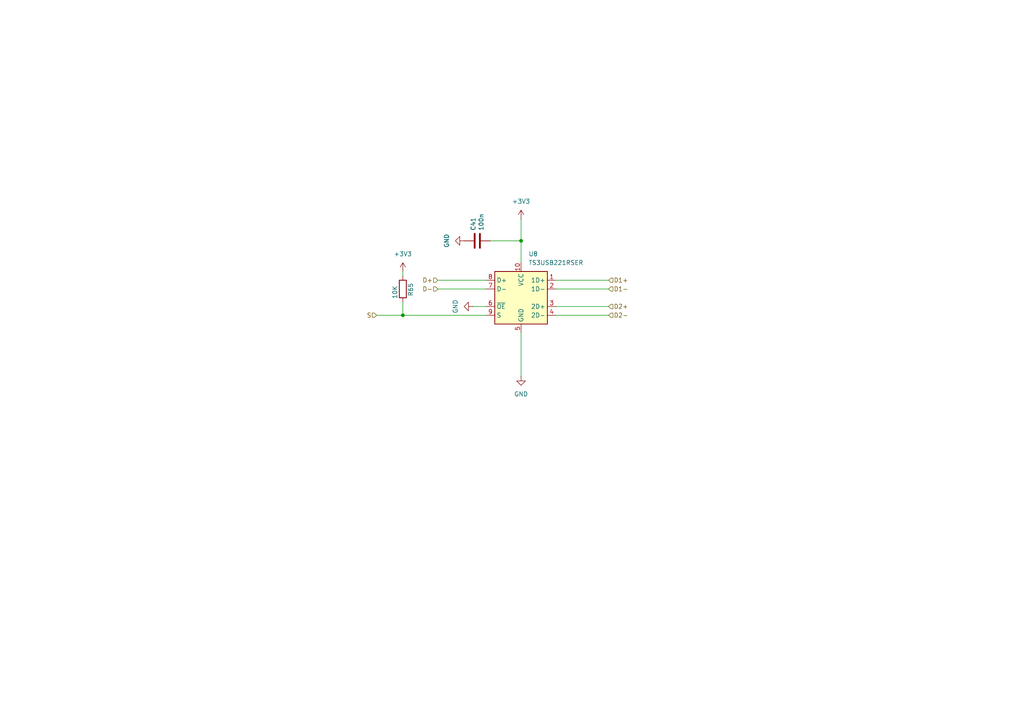
<source format=kicad_sch>
(kicad_sch (version 20250114) (generator "eeschema") (generator_version "9.0")
  (paper "A4")
  (title_block (title "MiniFRANK RM1") (date "2025-04-09") (rev "${VERSION}") (company "Mikhail Matveev") (comment 1 "https://github.com/xtremespb/frank"))
  (lib_symbols
    (symbol "Device:C" (pin_numbers (hide yes)) (pin_names (offset 0.254))
      (property "Reference" "C" (at 0.635 2.54 0))
      (property "Value" "C" (at 0.635 -2.54 0))
      (symbol "C_0_1"
        (polyline (pts (xy -2.032 0.762) (xy 2.032 0.762)) (stroke (width 0.508)))
        (polyline (pts (xy -2.032 -0.762) (xy 2.032 -0.762)) (stroke (width 0.508)))
      )
      (symbol "C_1_1"
        (pin passive line (at 0 3.81 270) (length 2.794) (name "~") (number "1"))
        (pin passive line (at 0 -3.81 90) (length 2.794) (name "~") (number "2"))
      )
    )
    (symbol "Device:R" (pin_numbers (hide yes)) (pin_names (offset 0))
      (property "Reference" "R" (at 2.032 0 90))
      (property "Value" "R" (at 0 0 90))
      (symbol "R_0_1"
        (rectangle (start -1.016 -2.54) (end 1.016 2.54) (stroke (width 0.254)))
      )
      (symbol "R_1_1"
        (pin passive line (at 0 3.81 270) (length 1.27) (name "~") (number "1"))
        (pin passive line (at 0 -3.81 90) (length 1.27) (name "~") (number "2"))
      )
    )
    (symbol "TS3USB221R:TS3USB221RSER"
      (property "Reference" "U" (at -6.35 8.89 0))
      (property "Value" "TS3USB221RSER" (at 8.89 8.89 0))
      (symbol "TS3USB221RSER_0_1"
        (rectangle (start 7.62 7.62) (end -7.62 -7.62) (stroke (width 0.254)) (fill (type background)))
      )
      (symbol "TS3USB221RSER_1_1"
        (pin bidirectional line (at -10.16 5.08 0) (length 2.54) (name "D+") (number "8"))
        (pin bidirectional line (at -10.16 2.54 0) (length 2.54) (name "D-") (number "7"))
        (pin input line (at -10.16 -2.54 0) (length 2.54) (name "~{OE}") (number "6"))
        (pin input line (at -10.16 -5.08 0) (length 2.54) (name "S") (number "9"))
        (pin power_in line (at 0 10.16 270) (length 2.54) (name "VCC") (number "10"))
        (pin power_in line (at 0 -10.16 90) (length 2.54) (name "GND") (number "5"))
        (pin bidirectional line (at 10.16 5.08 180) (length 2.54) (name "1D+") (number "1"))
        (pin bidirectional line (at 10.16 2.54 180) (length 2.54) (name "1D-") (number "2"))
        (pin bidirectional line (at 10.16 -2.54 180) (length 2.54) (name "2D+") (number "3"))
        (pin bidirectional line (at 10.16 -5.08 180) (length 2.54) (name "2D-") (number "4"))
      )
    )
    (symbol "power:+3V3" (power) (pin_numbers (hide yes)) (pin_names (offset 0) (hide yes))
      (property "Value" "+3V3" (at 0 3.556 0))
      (symbol "+3V3_0_1"
        (polyline (pts (xy -0.762 1.27) (xy 0 2.54)))
        (polyline (pts (xy 0 2.54) (xy 0.762 1.27)))
        (polyline (pts (xy 0 0) (xy 0 2.54)))
      )
      (symbol "+3V3_1_1"
        (pin power_in line (at 0 0 90) (length 0) (name "~") (number "1"))
      )
    )
    (symbol "power:GND" (power) (pin_numbers (hide yes)) (pin_names (offset 0) (hide yes))
      (property "Value" "GND" (at 0 -3.81 0))
      (symbol "GND_0_1"
        (polyline (pts (xy 0 0) (xy 0 -1.27) (xy 1.27 -1.27) (xy 0 -2.54) (xy -1.27 -1.27) (xy 0 -1.27)))
      )
      (symbol "GND_1_1"
        (pin power_in line (at 0 0 270) (length 0) (name "~") (number "1"))
      )
    )
  )
  (junction (at 116.84 91.44))
  (junction (at 151.13 69.85))
  (wire (pts (xy 127 83.82) (xy 140.97 83.82)))
  (wire (pts (xy 151.13 63.5) (xy 151.13 69.85)))
  (wire (pts (xy 116.84 91.44) (xy 140.97 91.44)))
  (wire (pts (xy 151.13 96.52) (xy 151.13 109.22)))
  (wire (pts (xy 161.29 88.9) (xy 176.53 88.9)))
  (wire (pts (xy 142.24 69.85) (xy 151.13 69.85)))
  (wire (pts (xy 116.84 91.44) (xy 116.84 87.63)))
  (wire (pts (xy 137.16 88.9) (xy 140.97 88.9)))
  (wire (pts (xy 151.13 69.85) (xy 151.13 76.2)))
  (wire (pts (xy 109.22 91.44) (xy 116.84 91.44)))
  (wire (pts (xy 116.84 80.01) (xy 116.84 78.74)))
  (wire (pts (xy 161.29 83.82) (xy 176.53 83.82)))
  (wire (pts (xy 161.29 81.28) (xy 176.53 81.28)))
  (wire (pts (xy 127 81.28) (xy 140.97 81.28)))
  (wire (pts (xy 161.29 91.44) (xy 176.53 91.44)))
  (hierarchical_label "S" (shape input) (at 109.22 91.44 180))
  (hierarchical_label "D2-" (shape input) (at 176.53 91.44 0))
  (hierarchical_label "D+" (shape input) (at 127 81.28 180))
  (hierarchical_label "D2+" (shape input) (at 176.53 88.9 0))
  (hierarchical_label "D-" (shape input) (at 127 83.82 180))
  (hierarchical_label "D1-" (shape input) (at 176.53 83.82 0))
  (hierarchical_label "D1+" (shape input) (at 176.53 81.28 0))
  (symbol (lib_id "TS3USB221R:TS3USB221RSER") (at 151.13 86.36 0) (unit 1)
    (property "Reference" "U8" (at 153.2733 73.66 0) (effects (justify left)))
    (property "Value" "TS3USB221RSER" (at 153.2733 76.2 0) (effects (justify left)))
    (property "Footprint" "FRANK:UQFN-10" (effects (hide yes)))
    (property "Datasheet" "https://www.ti.com/lit/gpn/ts3usb221" (effects (hide yes)))
    (property "Description" "High-Speed USB 2.0 1:2 Multiplexer/Demultiplexer Switch with Single Enable, UQFN-10" (effects (hide yes)))
  )
  (symbol (lib_id "power:GND") (at 137.16 88.9 270) (unit 1)
    (property "Reference" "#PWR0106" (effects (hide yes)))
    (property "Value" "GND" (at 132.08 88.9 0))
    (property "Description" "Power symbol creates a global label with name \"GND\" , ground" (effects (hide yes)))
  )
  (symbol (lib_id "Device:C") (at 138.43 69.85 90) (unit 1)
    (property "Reference" "C41" (at 137.2616 66.929 0) (effects (justify left)))
    (property "Value" "100n" (at 139.573 66.929 0) (effects (justify left)))
    (property "Footprint" "FRANK:Capacitor (0805)" (effects (hide yes)))
    (property "Datasheet" "https://eu.mouser.com/datasheet/2/40/KGM_X7R-3223212.pdf" (effects (hide yes)))
    (property "AliExpress" "https://www.aliexpress.com/item/33008008276.html" (effects (hide yes)))
  )
  (symbol (lib_id "power:+3V3") (at 151.13 63.5 0) (unit 1)
    (property "Reference" "#PWR0103" (effects (hide yes)))
    (property "Value" "+3V3" (at 151.13 58.42 0))
    (property "Description" "Power symbol creates a global label with name \"+3V3\"" (effects (hide yes)))
  )
  (symbol (lib_id "Device:R") (at 116.84 83.82 0) (unit 1)
    (property "Reference" "R65" (at 119.126 82.042 90) (effects (justify right)))
    (property "Value" "10K" (at 114.554 82.804 90) (effects (justify right)))
    (property "Footprint" "FRANK:Resistor (0805)" (effects (hide yes)))
    (property "Datasheet" "https://www.vishay.com/docs/28952/mcs0402at-mct0603at-mcu0805at-mca1206at.pdf" (effects (hide yes)))
    (property "AliExpress" "https://www.aliexpress.com/item/1005005945735199.html" (effects (hide yes)))
  )
  (symbol (lib_id "power:+3V3") (at 116.84 78.74 0) (unit 1)
    (property "Reference" "#PWR0105" (effects (hide yes)))
    (property "Value" "+3V3" (at 116.84 73.66 0))
    (property "Description" "Power symbol creates a global label with name \"+3V3\"" (effects (hide yes)))
  )
  (symbol (lib_id "power:GND") (at 134.62 69.85 270) (unit 1)
    (property "Reference" "#PWR0104" (effects (hide yes)))
    (property "Value" "GND" (at 129.54 69.85 0))
    (property "Description" "Power symbol creates a global label with name \"GND\" , ground" (effects (hide yes)))
  )
  (symbol (lib_id "power:GND") (at 151.13 109.22 0) (unit 1)
    (property "Reference" "#PWR0107" (effects (hide yes)))
    (property "Value" "GND" (at 151.13 114.3 0))
    (property "Description" "Power symbol creates a global label with name \"GND\" , ground" (effects (hide yes)))
  )
)
</source>
